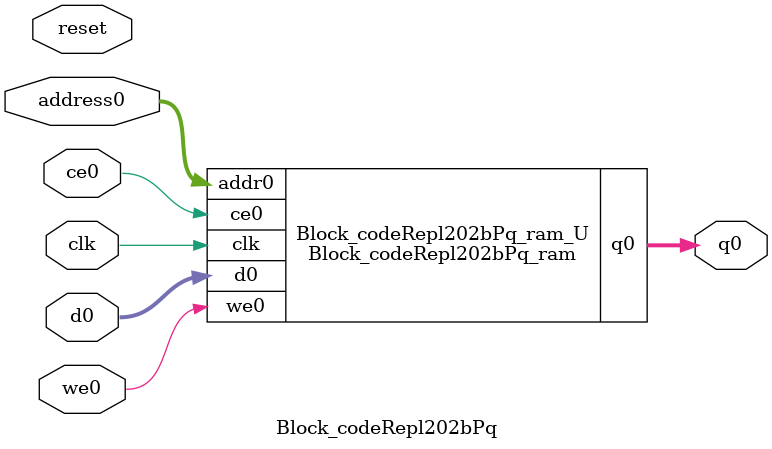
<source format=v>
`timescale 1 ns / 1 ps
module Block_codeRepl202bPq_ram (addr0, ce0, d0, we0, q0,  clk);

parameter DWIDTH = 6;
parameter AWIDTH = 6;
parameter MEM_SIZE = 42;

input[AWIDTH-1:0] addr0;
input ce0;
input[DWIDTH-1:0] d0;
input we0;
output reg[DWIDTH-1:0] q0;
input clk;

(* ram_style = "distributed" *)reg [DWIDTH-1:0] ram[0:MEM_SIZE-1];




always @(posedge clk)  
begin 
    if (ce0) begin
        if (we0) 
            ram[addr0] <= d0; 
        q0 <= ram[addr0];
    end
end


endmodule

`timescale 1 ns / 1 ps
module Block_codeRepl202bPq(
    reset,
    clk,
    address0,
    ce0,
    we0,
    d0,
    q0);

parameter DataWidth = 32'd6;
parameter AddressRange = 32'd42;
parameter AddressWidth = 32'd6;
input reset;
input clk;
input[AddressWidth - 1:0] address0;
input ce0;
input we0;
input[DataWidth - 1:0] d0;
output[DataWidth - 1:0] q0;



Block_codeRepl202bPq_ram Block_codeRepl202bPq_ram_U(
    .clk( clk ),
    .addr0( address0 ),
    .ce0( ce0 ),
    .we0( we0 ),
    .d0( d0 ),
    .q0( q0 ));

endmodule


</source>
